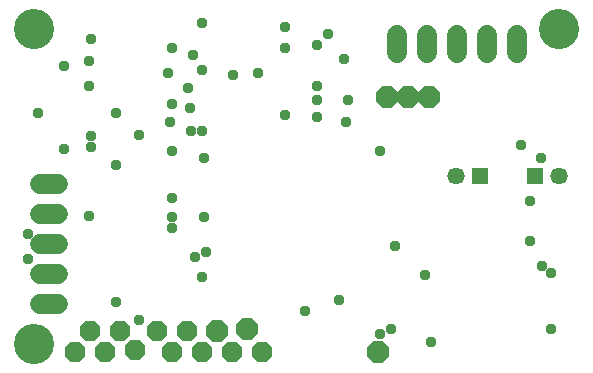
<source format=gbr>
G04 EAGLE Gerber RS-274X export*
G75*
%MOMM*%
%FSLAX34Y34*%
%LPD*%
%INSoldermask Bottom*%
%IPPOS*%
%AMOC8*
5,1,8,0,0,1.08239X$1,22.5*%
G01*
%ADD10C,3.403200*%
%ADD11P,1.951982X8X22.500000*%
%ADD12R,1.461200X1.461200*%
%ADD13C,1.461200*%
%ADD14C,1.711200*%
%ADD15P,1.869504X8X22.500000*%
%ADD16P,1.869504X8X112.500000*%
%ADD17P,1.869504X8X202.500000*%
%ADD18C,0.959600*%


D10*
X25400Y25400D03*
X469900Y292100D03*
X25400Y292100D03*
D11*
X205740Y38100D03*
X316230Y19050D03*
X180340Y36830D03*
D12*
X402590Y167640D03*
D13*
X382590Y167640D03*
D12*
X449580Y167640D03*
D13*
X469580Y167640D03*
D14*
X45640Y59690D02*
X30560Y59690D01*
X30560Y85090D02*
X45640Y85090D01*
X45640Y110490D02*
X30560Y110490D01*
X30560Y135890D02*
X45640Y135890D01*
X45640Y161290D02*
X30560Y161290D01*
D11*
X323850Y234950D03*
X359410Y234950D03*
X341630Y234950D03*
D14*
X332740Y271860D02*
X332740Y286940D01*
X358140Y286940D02*
X358140Y271860D01*
X383540Y271860D02*
X383540Y286940D01*
X408940Y286940D02*
X408940Y271860D01*
X434340Y271860D02*
X434340Y286940D01*
D15*
X59690Y19050D03*
X85090Y19050D03*
X72390Y36830D03*
X97790Y36830D03*
X110490Y20320D03*
D16*
X129540Y36830D03*
X142240Y19050D03*
X154940Y36830D03*
X167640Y19050D03*
D17*
X218440Y19050D03*
X193040Y19050D03*
D18*
X283464Y62484D03*
X361188Y27432D03*
X437388Y193548D03*
X455676Y91440D03*
X454152Y182880D03*
X167640Y297180D03*
X237744Y294132D03*
X94488Y176784D03*
X73152Y283464D03*
X71628Y243840D03*
X141732Y123444D03*
X318516Y188976D03*
X161544Y99060D03*
X167640Y257556D03*
X214884Y254508D03*
X28956Y220980D03*
X158496Y205740D03*
X288036Y266700D03*
X463296Y85344D03*
X140208Y213360D03*
X160020Y269748D03*
X19812Y97536D03*
X94488Y60960D03*
X274320Y288036D03*
X265176Y217932D03*
X265176Y231648D03*
X141732Y149352D03*
X71628Y134112D03*
X141732Y132588D03*
X114300Y45720D03*
X167640Y205740D03*
X193548Y252984D03*
X19812Y118872D03*
X94488Y220980D03*
X50292Y190500D03*
X141732Y228600D03*
X73152Y201168D03*
X141732Y188976D03*
X114300Y202692D03*
X156972Y225552D03*
X167640Y82296D03*
X170688Y103632D03*
X291084Y231648D03*
X254508Y53340D03*
X169164Y132588D03*
X169164Y182880D03*
X265176Y278892D03*
X237744Y275844D03*
X138684Y254508D03*
X327660Y38100D03*
X318516Y33528D03*
X463296Y38100D03*
X356616Y83820D03*
X330708Y108204D03*
X265176Y243840D03*
X445008Y146304D03*
X445008Y112776D03*
X289560Y213360D03*
X237744Y219456D03*
X155448Y242316D03*
X73152Y192024D03*
X50292Y260604D03*
X71628Y265176D03*
X141732Y275844D03*
M02*

</source>
